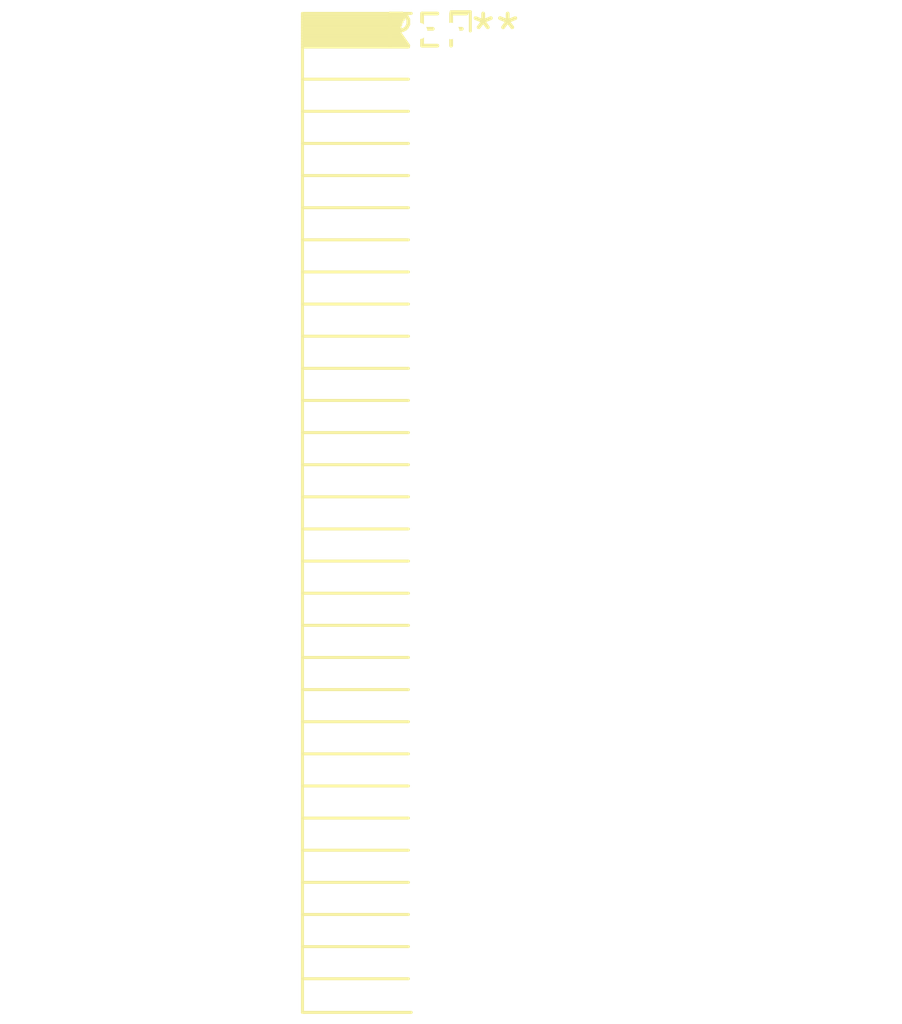
<source format=kicad_pcb>
(kicad_pcb (version 20240108) (generator pcbnew)
  (layers (0 "F.Cu" signal) (31 "B.Cu" signal) (34 "B.Paste" user) (35 "F.Paste" user) (36 "B.SilkS" user "B.Silkscreen") (37 "F.SilkS" user "F.Silkscreen") (38 "B.Mask" user) (39 "F.Mask" user) (44 "Edge.Cuts" user))
  (net 0 "")
  (footprint "PinSocket_2x31_P1.27mm_Horizontal" (layer "F.Cu") (at 0 0)
    (property "Reference" "REF**")
    (property "Value" "PinSocket_2x31_P1.27mm_Horizontal")
    (fp_line (start -5.88 -0.695) (end -5.88 38.795) (layer "F.SilkS") (stroke (width 0.12)))
    (fp_line (start -5.88 -0.695) (end -1.57753 -0.695) (layer "F.SilkS") (stroke (width 0.12)))
    (fp_line (start -5.88 -0.575) (end -1.766966 -0.575) (layer "F.SilkS") (stroke (width 0.12)))
    (fp_line (start -5.88 -0.465) (end -1.871145 -0.465) (layer "F.SilkS") (stroke (width 0.12)))
    (fp_line (start -5.88 -0.355) (end -1.941993 -0.355) (layer "F.SilkS") (stroke (width 0.12)))
    (fp_line (start -5.88 -0.245) (end -1.989427 -0.245) (layer "F.SilkS") (stroke (width 0.12)))
    (fp_line (start -5.88 -0.135) (end -2.017914 -0.135) (layer "F.SilkS") (stroke (width 0.12)))
    (fp_line (start -5.88 -0.025) (end -2.029589 -0.025) (layer "F.SilkS") (stroke (width 0.12)))
    (fp_line (start -5.88 0.085) (end -2.025232 0.085) (layer "F.SilkS") (stroke (width 0.12)))
    (fp_line (start -5.88 0.195) (end -2.004558 0.195) (layer "F.SilkS") (stroke (width 0.12)))
    (fp_line (start -5.88 0.305) (end -1.966114 0.305) (layer "F.SilkS") (stroke (width 0.12)))
    (fp_line (start -5.88 0.415) (end -1.906691 0.415) (layer "F.SilkS") (stroke (width 0.12)))
    (fp_line (start -5.88 0.525) (end -1.819523 0.525) (layer "F.SilkS") (stroke (width 0.12)))
    (fp_line (start -5.88 0.635) (end -1.687582 0.635) (layer "F.SilkS") (stroke (width 0.12)))
    (fp_line (start -5.88 1.905) (end -1.687582 1.905) (layer "F.SilkS") (stroke (width 0.12)))
    (fp_line (start -5.88 3.175) (end -1.687582 3.175) (layer "F.SilkS") (stroke (width 0.12)))
    (fp_line (start -5.88 4.445) (end -1.687582 4.445) (layer "F.SilkS") (stroke (width 0.12)))
    (fp_line (start -5.88 5.715) (end -1.687582 5.715) (layer "F.SilkS") (stroke (width 0.12)))
    (fp_line (start -5.88 6.985) (end -1.687582 6.985) (layer "F.SilkS") (stroke (width 0.12)))
    (fp_line (start -5.88 8.255) (end -1.687582 8.255) (layer "F.SilkS") (stroke (width 0.12)))
    (fp_line (start -5.88 9.525) (end -1.687582 9.525) (layer "F.SilkS") (stroke (width 0.12)))
    (fp_line (start -5.88 10.795) (end -1.687582 10.795) (layer "F.SilkS") (stroke (width 0.12)))
    (fp_line (start -5.88 12.065) (end -1.687582 12.065) (layer "F.SilkS") (stroke (width 0.12)))
    (fp_line (start -5.88 13.335) (end -1.687582 13.335) (layer "F.SilkS") (stroke (width 0.12)))
    (fp_line (start -5.88 14.605) (end -1.687582 14.605) (layer "F.SilkS") (stroke (width 0.12)))
    (fp_line (start -5.88 15.875) (end -1.687582 15.875) (layer "F.SilkS") (stroke (width 0.12)))
    (fp_line (start -5.88 17.145) (end -1.687582 17.145) (layer "F.SilkS") (stroke (width 0.12)))
    (fp_line (start -5.88 18.415) (end -1.687582 18.415) (layer "F.SilkS") (stroke (width 0.12)))
    (fp_line (start -5.88 19.685) (end -1.687582 19.685) (layer "F.SilkS") (stroke (width 0.12)))
    (fp_line (start -5.88 20.955) (end -1.687582 20.955) (layer "F.SilkS") (stroke (width 0.12)))
    (fp_line (start -5.88 22.225) (end -1.687582 22.225) (layer "F.SilkS") (stroke (width 0.12)))
    (fp_line (start -5.88 23.495) (end -1.687582 23.495) (layer "F.SilkS") (stroke (width 0.12)))
    (fp_line (start -5.88 24.765) (end -1.687582 24.765) (layer "F.SilkS") (stroke (width 0.12)))
    (fp_line (start -5.88 26.035) (end -1.687582 26.035) (layer "F.SilkS") (stroke (width 0.12)))
    (fp_line (start -5.88 27.305) (end -1.687582 27.305) (layer "F.SilkS") (stroke (width 0.12)))
    (fp_line (start -5.88 28.575) (end -1.687582 28.575) (layer "F.SilkS") (stroke (width 0.12)))
    (fp_line (start -5.88 29.845) (end -1.687582 29.845) (layer "F.SilkS") (stroke (width 0.12)))
    (fp_line (start -5.88 31.115) (end -1.687582 31.115) (layer "F.SilkS") (stroke (width 0.12)))
    (fp_line (start -5.88 32.385) (end -1.687582 32.385) (layer "F.SilkS") (stroke (width 0.12)))
    (fp_line (start -5.88 33.655) (end -1.687582 33.655) (layer "F.SilkS") (stroke (width 0.12)))
    (fp_line (start -5.88 34.925) (end -1.687582 34.925) (layer "F.SilkS") (stroke (width 0.12)))
    (fp_line (start -5.88 36.195) (end -1.687582 36.195) (layer "F.SilkS") (stroke (width 0.12)))
    (fp_line (start -5.88 37.465) (end -1.687582 37.465) (layer "F.SilkS") (stroke (width 0.12)))
    (fp_line (start -5.88 38.795) (end -1.57753 38.795) (layer "F.SilkS") (stroke (width 0.12)))
    (fp_line (start 0 -0.76) (end 0.76 -0.76) (layer "F.SilkS") (stroke (width 0.12)))
    (fp_line (start 0.76 -0.76) (end 0.76 0) (layer "F.SilkS") (stroke (width 0.12)))
    (pad "1" thru_hole rect (at 0 0) (size 1 1) (drill 0.65) (layers *.Cu *.Mask) (remove_unused_layers))
    (pad "2" thru_hole oval (at -1.27 0) (size 1 1) (drill 0.65) (layers *.Cu *.Mask) (remove_unused_layers))
    (pad "3" thru_hole oval (at 0 1.27) (size 1 1) (drill 0.65) (layers *.Cu *.Mask) (remove_unused_layers))
    (pad "4" thru_hole oval (at -1.27 1.27) (size 1 1) (drill 0.65) (layers *.Cu *.Mask) (remove_unused_layers))
    (pad "5" thru_hole oval (at 0 2.54) (size 1 1) (drill 0.65) (layers *.Cu *.Mask) (remove_unused_layers))
    (pad "6" thru_hole oval (at -1.27 2.54) (size 1 1) (drill 0.65) (layers *.Cu *.Mask) (remove_unused_layers))
    (pad "7" thru_hole oval (at 0 3.81) (size 1 1) (drill 0.65) (layers *.Cu *.Mask) (remove_unused_layers))
    (pad "8" thru_hole oval (at -1.27 3.81) (size 1 1) (drill 0.65) (layers *.Cu *.Mask) (remove_unused_layers))
    (pad "9" thru_hole oval (at 0 5.08) (size 1 1) (drill 0.65) (layers *.Cu *.Mask) (remove_unused_layers))
    (pad "10" thru_hole oval (at -1.27 5.08) (size 1 1) (drill 0.65) (layers *.Cu *.Mask) (remove_unused_layers))
    (pad "11" thru_hole oval (at 0 6.35) (size 1 1) (drill 0.65) (layers *.Cu *.Mask) (remove_unused_layers))
    (pad "12" thru_hole oval (at -1.27 6.35) (size 1 1) (drill 0.65) (layers *.Cu *.Mask) (remove_unused_layers))
    (pad "13" thru_hole oval (at 0 7.62) (size 1 1) (drill 0.65) (layers *.Cu *.Mask) (remove_unused_layers))
    (pad "14" thru_hole oval (at -1.27 7.62) (size 1 1) (drill 0.65) (layers *.Cu *.Mask) (remove_unused_layers))
    (pad "15" thru_hole oval (at 0 8.89) (size 1 1) (drill 0.65) (layers *.Cu *.Mask) (remove_unused_layers))
    (pad "16" thru_hole oval (at -1.27 8.89) (size 1 1) (drill 0.65) (layers *.Cu *.Mask) (remove_unused_layers))
    (pad "17" thru_hole oval (at 0 10.16) (size 1 1) (drill 0.65) (layers *.Cu *.Mask) (remove_unused_layers))
    (pad "18" thru_hole oval (at -1.27 10.16) (size 1 1) (drill 0.65) (layers *.Cu *.Mask) (remove_unused_layers))
    (pad "19" thru_hole oval (at 0 11.43) (size 1 1) (drill 0.65) (layers *.Cu *.Mask) (remove_unused_layers))
    (pad "20" thru_hole oval (at -1.27 11.43) (size 1 1) (drill 0.65) (layers *.Cu *.Mask) (remove_unused_layers))
    (pad "21" thru_hole oval (at 0 12.7) (size 1 1) (drill 0.65) (layers *.Cu *.Mask) (remove_unused_layers))
    (pad "22" thru_hole oval (at -1.27 12.7) (size 1 1) (drill 0.65) (layers *.Cu *.Mask) (remove_unused_layers))
    (pad "23" thru_hole oval (at 0 13.97) (size 1 1) (drill 0.65) (layers *.Cu *.Mask) (remove_unused_layers))
    (pad "24" thru_hole oval (at -1.27 13.97) (size 1 1) (drill 0.65) (layers *.Cu *.Mask) (remove_unused_layers))
    (pad "25" thru_hole oval (at 0 15.24) (size 1 1) (drill 0.65) (layers *.Cu *.Mask) (remove_unused_layers))
    (pad "26" thru_hole oval (at -1.27 15.24) (size 1 1) (drill 0.65) (layers *.Cu *.Mask) (remove_unused_layers))
    (pad "27" thru_hole oval (at 0 16.51) (size 1 1) (drill 0.65) (layers *.Cu *.Mask) (remove_unused_layers))
    (pad "28" thru_hole oval (at -1.27 16.51) (size 1 1) (drill 0.65) (layers *.Cu *.Mask) (remove_unused_layers))
    (pad "29" thru_hole oval (at 0 17.78) (size 1 1) (drill 0.65) (layers *.Cu *.Mask) (remove_unused_layers))
    (pad "30" thru_hole oval (at -1.27 17.78) (size 1 1) (drill 0.65) (layers *.Cu *.Mask) (remove_unused_layers))
    (pad "31" thru_hole oval (at 0 19.05) (size 1 1) (drill 0.65) (layers *.Cu *.Mask) (remove_unused_layers))
    (pad "32" thru_hole oval (at -1.27 19.05) (size 1 1) (drill 0.65) (layers *.Cu *.Mask) (remove_unused_layers))
    (pad "33" thru_hole oval (at 0 20.32) (size 1 1) (drill 0.65) (layers *.Cu *.Mask) (remove_unused_layers))
    (pad "34" thru_hole oval (at -1.27 20.32) (size 1 1) (drill 0.65) (layers *.Cu *.Mask) (remove_unused_layers))
    (pad "35" thru_hole oval (at 0 21.59) (size 1 1) (drill 0.65) (layers *.Cu *.Mask) (remove_unused_layers))
    (pad "36" thru_hole oval (at -1.27 21.59) (size 1 1) (drill 0.65) (layers *.Cu *.Mask) (remove_unused_layers))
    (pad "37" thru_hole oval (at 0 22.86) (size 1 1) (drill 0.65) (layers *.Cu *.Mask) (remove_unused_layers))
    (pad "38" thru_hole oval (at -1.27 22.86) (size 1 1) (drill 0.65) (layers *.Cu *.Mask) (remove_unused_layers))
    (pad "39" thru_hole oval (at 0 24.13) (size 1 1) (drill 0.65) (layers *.Cu *.Mask) (remove_unused_layers))
    (pad "40" thru_hole oval (at -1.27 24.13) (size 1 1) (drill 0.65) (layers *.Cu *.Mask) (remove_unused_layers))
    (pad "41" thru_hole oval (at 0 25.4) (size 1 1) (drill 0.65) (layers *.Cu *.Mask) (remove_unused_layers))
    (pad "42" thru_hole oval (at -1.27 25.4) (size 1 1) (drill 0.65) (layers *.Cu *.Mask) (remove_unused_layers))
    (pad "43" thru_hole oval (at 0 26.67) (size 1 1) (drill 0.65) (layers *.Cu *.Mask) (remove_unused_layers))
    (pad "44" thru_hole oval (at -1.27 26.67) (size 1 1) (drill 0.65) (layers *.Cu *.Mask) (remove_unused_layers))
    (pad "45" thru_hole oval (at 0 27.94) (size 1 1) (drill 0.65) (layers *.Cu *.Mask) (remove_unused_layers))
    (pad "46" thru_hole oval (at -1.27 27.94) (size 1 1) (drill 0.65) (layers *.Cu *.Mask) (remove_unused_layers))
    (pad "47" thru_hole oval (at 0 29.21) (size 1 1) (drill 0.65) (layers *.Cu *.Mask) (remove_unused_layers))
    (pad "48" thru_hole oval (at -1.27 29.21) (size 1 1) (drill 0.65) (layers *.Cu *.Mask) (remove_unused_layers))
    (pad "49" thru_hole oval (at 0 30.48) (size 1 1) (drill 0.65) (layers *.Cu *.Mask) (remove_unused_layers))
    (pad "50" thru_hole oval (at -1.27 30.48) (size 1 1) (drill 0.65) (layers *.Cu *.Mask) (remove_unused_layers))
    (pad "51" thru_hole oval (at 0 31.75) (size 1 1) (drill 0.65) (layers *.Cu *.Mask) (remove_unused_layers))
    (pad "52" thru_hole oval (at -1.27 31.75) (size 1 1) (drill 0.65) (layers *.Cu *.Mask) (remove_unused_layers))
    (pad "53" thru_hole oval (at 0 33.02) (size 1 1) (drill 0.65) (layers *.Cu *.Mask) (remove_unused_layers))
    (pad "54" thru_hole oval (at -1.27 33.02) (size 1 1) (drill 0.65) (layers *.Cu *.Mask) (remove_unused_layers))
    (pad "55" thru_hole oval (at 0 34.29) (size 1 1) (drill 0.65) (layers *.Cu *.Mask) (remove_unused_layers))
    (pad "56" thru_hole oval (at -1.27 34.29) (size 1 1) (drill 0.65) (layers *.Cu *.Mask) (remove_unused_layers))
    (pad "57" thru_hole oval (at 0 35.56) (size 1 1) (drill 0.65) (layers *.Cu *.Mask) (remove_unused_layers))
    (pad "58" thru_hole oval (at -1.27 35.56) (size 1 1) (drill 0.65) (layers *.Cu *.Mask) (remove_unused_layers))
    (pad "59" thru_hole oval (at 0 36.83) (size 1 1) (drill 0.65) (layers *.Cu *.Mask) (remove_unused_layers))
    (pad "60" thru_hole oval (at -1.27 36.83) (size 1 1) (drill 0.65) (layers *.Cu *.Mask) (remove_unused_layers))
    (pad "61" thru_hole oval (at 0 38.1) (size 1 1) (drill 0.65) (layers *.Cu *.Mask) (remove_unused_layers))
    (pad "62" thru_hole oval (at -1.27 38.1) (size 1 1) (drill 0.65) (layers *.Cu *.Mask) (remove_unused_layers))
  )
)
</source>
